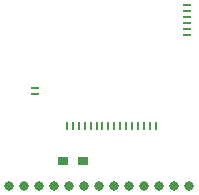
<source format=gtp>
G04 DipTrace 3.3.1.1*
G04 TopPaste.gtp*
%MOMM*%
G04 #@! TF.FileFunction,Paste,Top*
G04 #@! TF.Part,Single*
%ADD27R,0.17X0.8*%
%ADD29R,0.8X0.17*%
%ADD31C,0.8*%
%ADD35R,0.9X0.8*%
%FSLAX35Y35*%
G04*
G71*
G90*
G75*
G01*
G04 TopPaste*
%LPD*%
D35*
X2508250Y3317873D3*
X2338250D3*
D31*
X3406760Y3108423D3*
X3279760D3*
X3152760D3*
X3025760D3*
X2898760D3*
X2771760D3*
X2644760D3*
X2517760D3*
X2390760D3*
X2263760D3*
X2136760D3*
X2009760D3*
X1882760D3*
D29*
X2100000Y3935000D3*
Y3885000D3*
D27*
X2370000Y3615000D3*
X2420000D3*
X2470000D3*
X2520000D3*
X2570000D3*
X2620000D3*
X2670000D3*
X2720000D3*
X2770000D3*
X2820000D3*
X2870000D3*
X2920000D3*
X2970000D3*
X3020000D3*
X3070000D3*
X3120000D3*
D29*
X3390000Y4385000D3*
Y4435000D3*
Y4485000D3*
Y4535000D3*
Y4585000D3*
Y4635000D3*
M02*

</source>
